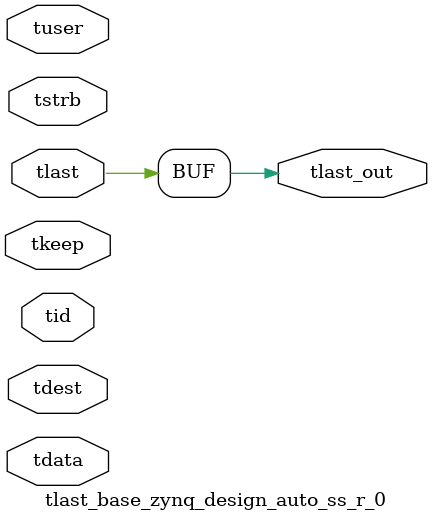
<source format=v>


`timescale 1ps/1ps

module tlast_base_zynq_design_auto_ss_r_0 #
(
parameter C_S_AXIS_TID_WIDTH   = 1,
parameter C_S_AXIS_TUSER_WIDTH = 0,
parameter C_S_AXIS_TDATA_WIDTH = 0,
parameter C_S_AXIS_TDEST_WIDTH = 0
)
(
input  [(C_S_AXIS_TID_WIDTH   == 0 ? 1 : C_S_AXIS_TID_WIDTH)-1:0       ] tid,
input  [(C_S_AXIS_TDATA_WIDTH == 0 ? 1 : C_S_AXIS_TDATA_WIDTH)-1:0     ] tdata,
input  [(C_S_AXIS_TUSER_WIDTH == 0 ? 1 : C_S_AXIS_TUSER_WIDTH)-1:0     ] tuser,
input  [(C_S_AXIS_TDEST_WIDTH == 0 ? 1 : C_S_AXIS_TDEST_WIDTH)-1:0     ] tdest,
input  [(C_S_AXIS_TDATA_WIDTH/8)-1:0 ] tkeep,
input  [(C_S_AXIS_TDATA_WIDTH/8)-1:0 ] tstrb,
input  [0:0]                                                             tlast,
output                                                                   tlast_out
);

assign tlast_out = {tlast[0]};

endmodule


</source>
